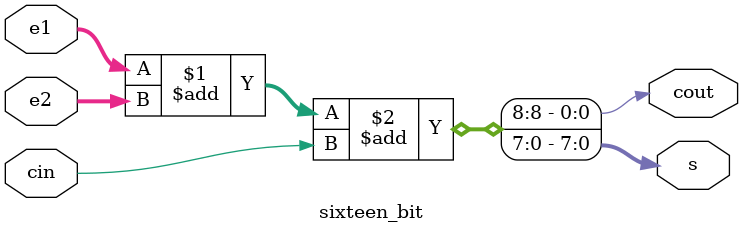
<source format=v>
module sixteen_bit(e1, e2, cin, s, cout);
	
	input [7:0] e1, e2;
	input cin;
	
	output [7:0] s;
	output cout;

	assign {cout, s} = e1 + e2 + cin;

endmodule

</source>
